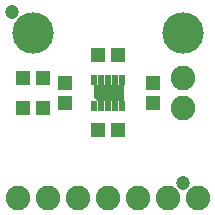
<source format=gts>
G75*
%MOIN*%
%OFA0B0*%
%FSLAX25Y25*%
%IPPOS*%
%LPD*%
%AMOC8*
5,1,8,0,0,1.08239X$1,22.5*
%
%ADD10C,0.08200*%
%ADD11R,0.05131X0.04737*%
%ADD12R,0.04737X0.05131*%
%ADD13C,0.13800*%
%ADD14C,0.04737*%
%ADD15R,0.02375X0.03556*%
%ADD16C,0.00197*%
D10*
X0143333Y0095000D03*
X0153333Y0095000D03*
X0163333Y0095000D03*
X0173333Y0095000D03*
X0183333Y0095000D03*
X0193333Y0095000D03*
X0203333Y0095000D03*
X0198333Y0125000D03*
X0198333Y0135000D03*
D11*
X0176680Y0142500D03*
X0169987Y0142500D03*
X0151680Y0135000D03*
X0144987Y0135000D03*
X0144987Y0125000D03*
X0151680Y0125000D03*
X0169987Y0117500D03*
X0176680Y0117500D03*
D12*
X0188333Y0126654D03*
X0188333Y0133346D03*
X0158833Y0133346D03*
X0158833Y0126654D03*
D13*
X0148333Y0150000D03*
X0198333Y0150000D03*
D14*
X0141333Y0157000D03*
X0198333Y0100000D03*
D15*
X0178058Y0125669D03*
X0175696Y0125669D03*
X0173333Y0125669D03*
X0170971Y0125669D03*
X0168609Y0125669D03*
X0168609Y0134331D03*
X0170971Y0134331D03*
X0173333Y0134331D03*
X0175696Y0134331D03*
X0178058Y0134331D03*
D16*
X0178156Y0132461D02*
X0178156Y0127539D01*
X0169593Y0127539D01*
X0168510Y0128622D01*
X0168510Y0132461D01*
X0178156Y0132461D01*
X0178156Y0132393D02*
X0168510Y0132393D01*
X0168510Y0132198D02*
X0178156Y0132198D01*
X0178156Y0132003D02*
X0168510Y0132003D01*
X0168510Y0131807D02*
X0178156Y0131807D01*
X0178156Y0131612D02*
X0168510Y0131612D01*
X0168510Y0131417D02*
X0178156Y0131417D01*
X0178156Y0131221D02*
X0168510Y0131221D01*
X0168510Y0131026D02*
X0178156Y0131026D01*
X0178156Y0130831D02*
X0168510Y0130831D01*
X0168510Y0130635D02*
X0178156Y0130635D01*
X0178156Y0130440D02*
X0168510Y0130440D01*
X0168510Y0130245D02*
X0178156Y0130245D01*
X0178156Y0130049D02*
X0168510Y0130049D01*
X0168510Y0129854D02*
X0178156Y0129854D01*
X0178156Y0129658D02*
X0168510Y0129658D01*
X0168510Y0129463D02*
X0178156Y0129463D01*
X0178156Y0129268D02*
X0168510Y0129268D01*
X0168510Y0129072D02*
X0178156Y0129072D01*
X0178156Y0128877D02*
X0168510Y0128877D01*
X0168510Y0128682D02*
X0178156Y0128682D01*
X0178156Y0128486D02*
X0168646Y0128486D01*
X0168842Y0128291D02*
X0178156Y0128291D01*
X0178156Y0128096D02*
X0169037Y0128096D01*
X0169232Y0127900D02*
X0178156Y0127900D01*
X0178156Y0127705D02*
X0169428Y0127705D01*
M02*

</source>
